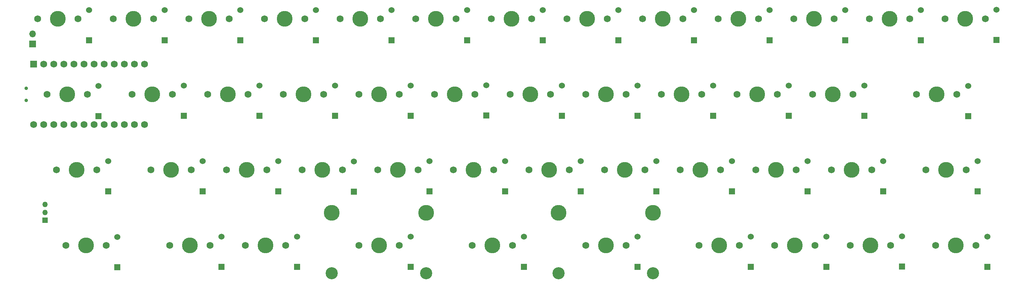
<source format=gbr>
%TF.GenerationSoftware,KiCad,Pcbnew,(6.0.7)*%
%TF.CreationDate,2022-12-22T17:21:42+01:00*%
%TF.ProjectId,Kestrel47,4b657374-7265-46c3-9437-2e6b69636164,rev?*%
%TF.SameCoordinates,Original*%
%TF.FileFunction,Soldermask,Top*%
%TF.FilePolarity,Negative*%
%FSLAX46Y46*%
G04 Gerber Fmt 4.6, Leading zero omitted, Abs format (unit mm)*
G04 Created by KiCad (PCBNEW (6.0.7)) date 2022-12-22 17:21:42*
%MOMM*%
%LPD*%
G01*
G04 APERTURE LIST*
%ADD10C,0.900000*%
%ADD11C,1.750000*%
%ADD12C,3.987800*%
%ADD13R,1.752600X1.752600*%
%ADD14C,1.752600*%
%ADD15R,1.350000X1.350000*%
%ADD16O,1.350000X1.350000*%
%ADD17R,1.524000X1.524000*%
%ADD18C,1.524000*%
%ADD19C,3.048000*%
%ADD20R,1.700000X1.700000*%
%ADD21O,1.700000X1.700000*%
G04 APERTURE END LIST*
D10*
%TO.C,SW2*%
X17462500Y-42950000D03*
X17462500Y-45950000D03*
%TD*%
D11*
%TO.C,MX6*%
X54292500Y-44450000D03*
X44132500Y-44450000D03*
D12*
X49212500Y-44450000D03*
%TD*%
D13*
%TO.C,U1*%
X19367500Y-36830000D03*
D14*
X21907500Y-36830000D03*
X24447500Y-36830000D03*
X26987500Y-36830000D03*
X29527500Y-36830000D03*
X32067500Y-36830000D03*
X34607500Y-36830000D03*
X37147500Y-36830000D03*
X39687500Y-36830000D03*
X42227500Y-36830000D03*
X44767500Y-36830000D03*
X47307500Y-36830000D03*
X47307500Y-52070000D03*
X44767500Y-52070000D03*
X42227500Y-52070000D03*
X39687500Y-52070000D03*
X37147500Y-52070000D03*
X34607500Y-52070000D03*
X32067500Y-52070000D03*
X29527500Y-52070000D03*
X26987500Y-52070000D03*
X24447500Y-52070000D03*
X21907500Y-52070000D03*
X19367500Y-52070000D03*
%TD*%
D15*
%TO.C,J1*%
X22225000Y-76200000D03*
D16*
X22225000Y-74200000D03*
X22225000Y-72200000D03*
%TD*%
D17*
%TO.C,D29*%
X176212500Y-68897500D03*
D18*
X176212500Y-61277500D03*
%TD*%
D17*
%TO.C,D7*%
X61912500Y-68897500D03*
D18*
X61912500Y-61277500D03*
%TD*%
D12*
%TO.C,MX27*%
X158750000Y-25400000D03*
D11*
X153670000Y-25400000D03*
X163830000Y-25400000D03*
%TD*%
D17*
%TO.C,D43*%
X242887500Y-30797500D03*
D18*
X242887500Y-23177500D03*
%TD*%
D17*
%TO.C,D47*%
X261937500Y-30735000D03*
D18*
X261937500Y-23115000D03*
%TD*%
D11*
%TO.C,MX45*%
X244157500Y-63500000D03*
D12*
X249237500Y-63500000D03*
D11*
X254317500Y-63500000D03*
%TD*%
D17*
%TO.C,D17*%
X109537500Y-30797500D03*
D18*
X109537500Y-23177500D03*
%TD*%
D12*
%TO.C,MX32*%
X182562500Y-44450000D03*
D11*
X177482500Y-44450000D03*
X187642500Y-44450000D03*
%TD*%
D17*
%TO.C,D38*%
X219075000Y-87947500D03*
D18*
X219075000Y-80327500D03*
%TD*%
D17*
%TO.C,D2*%
X35687000Y-49911000D03*
D18*
X35687000Y-42291000D03*
%TD*%
D11*
%TO.C,MX37*%
X211455000Y-63500000D03*
X201295000Y-63500000D03*
D12*
X206375000Y-63500000D03*
%TD*%
D17*
%TO.C,D18*%
X114300000Y-49847500D03*
D18*
X114300000Y-42227500D03*
%TD*%
D12*
%TO.C,MX13*%
X82550000Y-25400000D03*
D11*
X77470000Y-25400000D03*
X87630000Y-25400000D03*
%TD*%
D17*
%TO.C,D46*%
X259588000Y-87947500D03*
D18*
X259588000Y-80327500D03*
%TD*%
D11*
%TO.C,MX10*%
X63182500Y-44450000D03*
X73342500Y-44450000D03*
D12*
X68262500Y-44450000D03*
%TD*%
D17*
%TO.C,D31*%
X185737500Y-30797500D03*
D18*
X185737500Y-23177500D03*
%TD*%
D11*
%TO.C,MX23*%
X140017500Y-82550000D03*
D12*
X134937500Y-82550000D03*
D11*
X129857500Y-82550000D03*
%TD*%
%TO.C,MX33*%
X192405000Y-63500000D03*
X182245000Y-63500000D03*
D12*
X187325000Y-63500000D03*
%TD*%
D17*
%TO.C,D8*%
X66675000Y-87947500D03*
D18*
X66675000Y-80327500D03*
%TD*%
D11*
%TO.C,MX22*%
X125095000Y-63500000D03*
X135255000Y-63500000D03*
D12*
X130175000Y-63500000D03*
%TD*%
D17*
%TO.C,D22*%
X138112500Y-68897500D03*
D18*
X138112500Y-61277500D03*
%TD*%
D17*
%TO.C,D37*%
X214312500Y-68897500D03*
D18*
X214312500Y-61277500D03*
%TD*%
D11*
%TO.C,MX17*%
X106680000Y-25400000D03*
D12*
X101600000Y-25400000D03*
D11*
X96520000Y-25400000D03*
%TD*%
D17*
%TO.C,D16*%
X114300000Y-87947500D03*
D18*
X114300000Y-80327500D03*
%TD*%
D11*
%TO.C,MX24*%
X134620000Y-25400000D03*
D12*
X139700000Y-25400000D03*
D11*
X144780000Y-25400000D03*
%TD*%
D12*
%TO.C,MX40*%
X220662500Y-44450000D03*
D11*
X215582500Y-44450000D03*
X225742500Y-44450000D03*
%TD*%
D17*
%TO.C,D15*%
X100012500Y-68960000D03*
D18*
X100012500Y-61340000D03*
%TD*%
D12*
%TO.C,MX20*%
X120650000Y-25400000D03*
D11*
X115570000Y-25400000D03*
X125730000Y-25400000D03*
%TD*%
D18*
%TO.C,D6*%
X57150000Y-42227500D03*
D17*
X57150000Y-49847500D03*
%TD*%
D11*
%TO.C,MX16*%
X101282500Y-82550000D03*
D12*
X106362500Y-82550000D03*
D11*
X111442500Y-82550000D03*
D12*
X94456250Y-74295000D03*
D19*
X94456250Y-89535000D03*
X118268750Y-89535000D03*
D12*
X118268750Y-74295000D03*
%TD*%
%TO.C,MX2*%
X27772544Y-44451161D03*
D11*
X22692544Y-44451161D03*
X32852544Y-44451161D03*
%TD*%
D12*
%TO.C,MX36*%
X201612500Y-44450000D03*
D11*
X206692500Y-44450000D03*
X196532500Y-44450000D03*
%TD*%
D17*
%TO.C,D24*%
X147637500Y-30797500D03*
D18*
X147637500Y-23177500D03*
%TD*%
D11*
%TO.C,MX38*%
X206057500Y-82550000D03*
X216217500Y-82550000D03*
D12*
X211137500Y-82550000D03*
%TD*%
D17*
%TO.C,D19*%
X119062500Y-68897500D03*
D18*
X119062500Y-61277500D03*
%TD*%
D11*
%TO.C,MX8*%
X53657500Y-82550000D03*
D12*
X58737500Y-82550000D03*
D11*
X63817500Y-82550000D03*
%TD*%
%TO.C,MX3*%
X25082500Y-63500000D03*
D12*
X30162500Y-63500000D03*
D11*
X35242500Y-63500000D03*
%TD*%
D17*
%TO.C,D9*%
X71437500Y-30797500D03*
D18*
X71437500Y-23177500D03*
%TD*%
D17*
%TO.C,D1*%
X33337500Y-30797500D03*
D18*
X33337500Y-23177500D03*
%TD*%
D17*
%TO.C,D32*%
X190500000Y-49847500D03*
D18*
X190500000Y-42227500D03*
%TD*%
D11*
%TO.C,MX1*%
X30480000Y-25400000D03*
X20320000Y-25400000D03*
D12*
X25400000Y-25400000D03*
%TD*%
D11*
%TO.C,MX34*%
X187007500Y-82550000D03*
D12*
X192087500Y-82550000D03*
D11*
X197167500Y-82550000D03*
%TD*%
D12*
%TO.C,MX28*%
X163512500Y-44450000D03*
D11*
X168592500Y-44450000D03*
X158432500Y-44450000D03*
%TD*%
D12*
%TO.C,MX26*%
X149225000Y-63500000D03*
D11*
X144145000Y-63500000D03*
X154305000Y-63500000D03*
%TD*%
D17*
%TO.C,D3*%
X38100000Y-68897500D03*
D18*
X38100000Y-61277500D03*
%TD*%
D11*
%TO.C,MX4*%
X37617923Y-82550000D03*
X27457923Y-82550000D03*
D12*
X32537923Y-82550000D03*
%TD*%
D11*
%TO.C,MX46*%
X256714806Y-82550000D03*
D12*
X251634806Y-82550000D03*
D11*
X246554806Y-82550000D03*
%TD*%
D12*
%TO.C,MX18*%
X106362500Y-44450000D03*
D11*
X111442500Y-44450000D03*
X101282500Y-44450000D03*
%TD*%
D17*
%TO.C,D42*%
X238125000Y-87885000D03*
D18*
X238125000Y-80265000D03*
%TD*%
D11*
%TO.C,MX15*%
X86995000Y-63500000D03*
X97155000Y-63500000D03*
D12*
X92075000Y-63500000D03*
%TD*%
D17*
%TO.C,D21*%
X133350000Y-49785000D03*
D18*
X133350000Y-42165000D03*
%TD*%
D17*
%TO.C,D28*%
X171450000Y-49847500D03*
D18*
X171450000Y-42227500D03*
%TD*%
D11*
%TO.C,MX29*%
X173355000Y-63500000D03*
D12*
X168275000Y-63500000D03*
D11*
X163195000Y-63500000D03*
%TD*%
D17*
%TO.C,D40*%
X228600000Y-49847500D03*
D18*
X228600000Y-42227500D03*
%TD*%
D12*
%TO.C,MX25*%
X144462500Y-44450000D03*
D11*
X139382500Y-44450000D03*
X149542500Y-44450000D03*
%TD*%
D12*
%TO.C,MX39*%
X215900000Y-25400000D03*
D11*
X210820000Y-25400000D03*
X220980000Y-25400000D03*
%TD*%
D17*
%TO.C,D45*%
X257175000Y-68897500D03*
D18*
X257175000Y-61277500D03*
%TD*%
D17*
%TO.C,D4*%
X40386000Y-88011000D03*
D18*
X40386000Y-80391000D03*
%TD*%
D11*
%TO.C,MX5*%
X49530000Y-25400000D03*
D12*
X44450000Y-25400000D03*
D11*
X39370000Y-25400000D03*
%TD*%
D17*
%TO.C,D34*%
X200025000Y-87947500D03*
D18*
X200025000Y-80327500D03*
%TD*%
D12*
%TO.C,MX44*%
X246872306Y-44450000D03*
D11*
X251952306Y-44450000D03*
X241792306Y-44450000D03*
%TD*%
%TO.C,MX12*%
X82867500Y-82550000D03*
D12*
X77787500Y-82550000D03*
D11*
X72707500Y-82550000D03*
%TD*%
D17*
%TO.C,D14*%
X95250000Y-49847500D03*
D18*
X95250000Y-42227500D03*
%TD*%
D17*
%TO.C,D10*%
X76200000Y-49847500D03*
D18*
X76200000Y-42227500D03*
%TD*%
D17*
%TO.C,D26*%
X157162500Y-68897500D03*
D18*
X157162500Y-61277500D03*
%TD*%
D17*
%TO.C,D5*%
X52387500Y-30797500D03*
D18*
X52387500Y-23177500D03*
%TD*%
D17*
%TO.C,D25*%
X152400000Y-49847500D03*
D18*
X152400000Y-42227500D03*
%TD*%
D11*
%TO.C,MX31*%
X182880000Y-25400000D03*
X172720000Y-25400000D03*
D12*
X177800000Y-25400000D03*
%TD*%
%TO.C,MX19*%
X111125000Y-63500000D03*
D11*
X116205000Y-63500000D03*
X106045000Y-63500000D03*
%TD*%
%TO.C,MX7*%
X48895000Y-63500000D03*
D12*
X53975000Y-63500000D03*
D11*
X59055000Y-63500000D03*
%TD*%
D17*
%TO.C,D33*%
X195262500Y-68897500D03*
D18*
X195262500Y-61277500D03*
%TD*%
D17*
%TO.C,D35*%
X204787500Y-30797500D03*
D18*
X204787500Y-23177500D03*
%TD*%
D17*
%TO.C,D20*%
X128587500Y-30797500D03*
D18*
X128587500Y-23177500D03*
%TD*%
D17*
%TO.C,D23*%
X142875000Y-87947500D03*
D18*
X142875000Y-80327500D03*
%TD*%
D11*
%TO.C,MX42*%
X225107500Y-82550000D03*
D12*
X230187500Y-82550000D03*
D11*
X235267500Y-82550000D03*
%TD*%
D12*
%TO.C,MX11*%
X73025000Y-63500000D03*
D11*
X67945000Y-63500000D03*
X78105000Y-63500000D03*
%TD*%
D17*
%TO.C,D27*%
X166687500Y-30797500D03*
D18*
X166687500Y-23177500D03*
%TD*%
D17*
%TO.C,D12*%
X85725000Y-87947500D03*
D18*
X85725000Y-80327500D03*
%TD*%
D11*
%TO.C,MX47*%
X259080000Y-25400000D03*
X248920000Y-25400000D03*
D12*
X254000000Y-25400000D03*
%TD*%
D11*
%TO.C,MX43*%
X240030000Y-25400000D03*
D12*
X234950000Y-25400000D03*
D11*
X229870000Y-25400000D03*
%TD*%
D12*
%TO.C,MX14*%
X87312500Y-44450000D03*
D11*
X92392500Y-44450000D03*
X82232500Y-44450000D03*
%TD*%
D17*
%TO.C,D41*%
X233362500Y-68897500D03*
D18*
X233362500Y-61277500D03*
%TD*%
D17*
%TO.C,D44*%
X254762000Y-49911000D03*
D18*
X254762000Y-42291000D03*
%TD*%
D17*
%TO.C,D39*%
X223837500Y-30797500D03*
D18*
X223837500Y-23177500D03*
%TD*%
D17*
%TO.C,D30*%
X171450000Y-87947500D03*
D18*
X171450000Y-80327500D03*
%TD*%
D11*
%TO.C,MX9*%
X68580000Y-25400000D03*
D12*
X63500000Y-25400000D03*
D11*
X58420000Y-25400000D03*
%TD*%
D17*
%TO.C,D36*%
X209550000Y-49847500D03*
D18*
X209550000Y-42227500D03*
%TD*%
D17*
%TO.C,D13*%
X90487500Y-30797500D03*
D18*
X90487500Y-23177500D03*
%TD*%
D19*
%TO.C,MX30*%
X151606250Y-89535000D03*
D11*
X168592500Y-82550000D03*
D12*
X175418750Y-74295000D03*
D19*
X175418750Y-89535000D03*
D11*
X158432500Y-82550000D03*
D12*
X163512500Y-82550000D03*
X151606250Y-74295000D03*
%TD*%
%TO.C,MX35*%
X196850000Y-25400000D03*
D11*
X201930000Y-25400000D03*
X191770000Y-25400000D03*
%TD*%
%TO.C,MX21*%
X130492500Y-44450000D03*
D12*
X125412500Y-44450000D03*
D11*
X120332500Y-44450000D03*
%TD*%
D17*
%TO.C,D11*%
X80962500Y-68897500D03*
D18*
X80962500Y-61277500D03*
%TD*%
D12*
%TO.C,MX41*%
X225425000Y-63500000D03*
D11*
X230505000Y-63500000D03*
X220345000Y-63500000D03*
%TD*%
D20*
%TO.C,SW1*%
X19050000Y-31750000D03*
D21*
X19050000Y-29210000D03*
%TD*%
M02*

</source>
